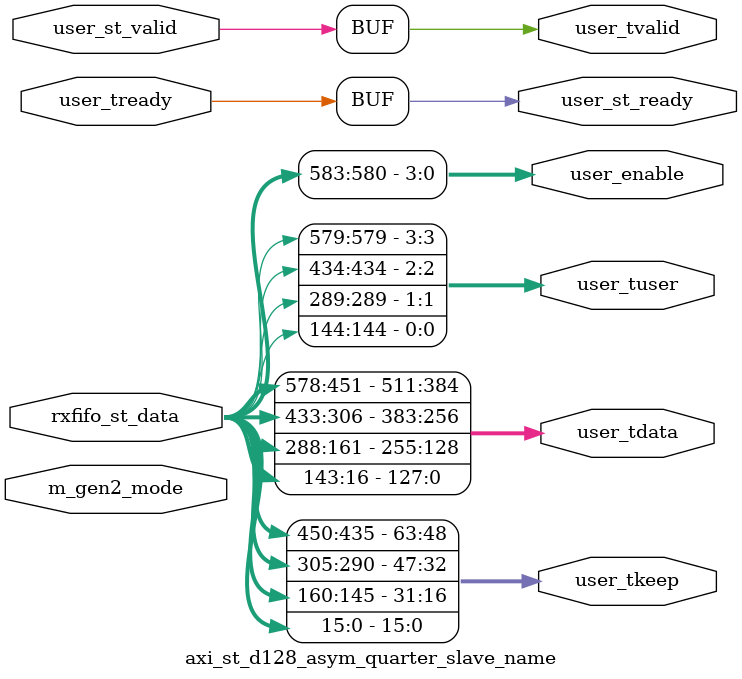
<source format=sv>

module axi_st_d128_asym_quarter_slave_name  (

  // st channel
  output logic [  63:   0]   user_tkeep          ,
  output logic [ 511:   0]   user_tdata          ,
  output logic [   3:   0]   user_tuser          ,
  output logic               user_tvalid         ,
  input  logic               user_tready         ,
  output logic [   3:   0]   user_enable         ,

  // Logic Link Interfaces
  input  logic               user_st_valid       ,
  input  logic [ 583:   0]   rxfifo_st_data      ,
  output logic               user_st_ready       ,

  input  logic               m_gen2_mode         

);

  // Connect Data

  assign user_tvalid                        = user_st_valid                      ;
  assign user_st_ready                      = user_tready                        ;
  assign user_tkeep           [   0 +:  16] = rxfifo_st_data       [   0 +:  16] ;
  assign user_tdata           [   0 +: 128] = rxfifo_st_data       [  16 +: 128] ;
  assign user_tuser           [   0 +:   1] = rxfifo_st_data       [ 144 +:   1] ;
  assign user_enable          [   0 +:   1] = rxfifo_st_data       [ 580 +:   1] ;
  assign user_tkeep           [  16 +:  16] = rxfifo_st_data       [ 145 +:  16] ;
  assign user_tdata           [ 128 +: 128] = rxfifo_st_data       [ 161 +: 128] ;
  assign user_tuser           [   1 +:   1] = rxfifo_st_data       [ 289 +:   1] ;
  assign user_enable          [   1 +:   1] = rxfifo_st_data       [ 581 +:   1] ;
  assign user_tkeep           [  32 +:  16] = rxfifo_st_data       [ 290 +:  16] ;
  assign user_tdata           [ 256 +: 128] = rxfifo_st_data       [ 306 +: 128] ;
  assign user_tuser           [   2 +:   1] = rxfifo_st_data       [ 434 +:   1] ;
  assign user_enable          [   2 +:   1] = rxfifo_st_data       [ 582 +:   1] ;
  assign user_tkeep           [  48 +:  16] = rxfifo_st_data       [ 435 +:  16] ;
  assign user_tdata           [ 384 +: 128] = rxfifo_st_data       [ 451 +: 128] ;
  assign user_tuser           [   3 +:   1] = rxfifo_st_data       [ 579 +:   1] ;
  assign user_enable          [   3 +:   1] = rxfifo_st_data       [ 583 +:   1] ;

endmodule

</source>
